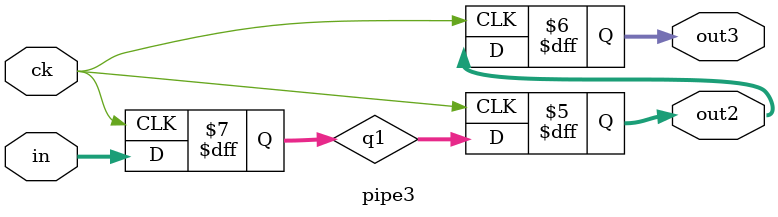
<source format=v>
module pipe3 (
	in, 
	out2, 
	out3, 
	ck
);

input ck;
input [9:0] in;
output reg [9:0] out2 = 10'b0;
output reg [9:0] out3 = 10'b0;

reg [9:0] q1 = 10'b0;

always @ (posedge ck)
begin
	q1 <= in;
	out2 <= q1;
	out3 <= out2;
end

endmodule

</source>
